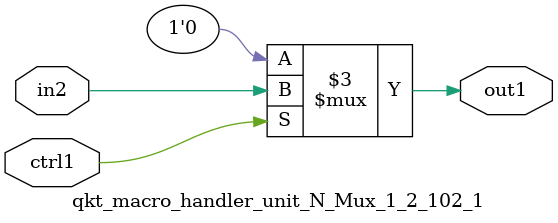
<source format=v>

`timescale 1ps / 1ps


module qkt_macro_handler_unit_N_Mux_1_2_102_1( in2, ctrl1, out1 );

    input in2;
    input ctrl1;
    output out1;
    reg out1;

    
    // rtl_process:qkt_macro_handler_unit_N_Mux_1_2_102_1/qkt_macro_handler_unit_N_Mux_1_2_102_1_thread_1
    always @*
      begin : qkt_macro_handler_unit_N_Mux_1_2_102_1_thread_1
        case (ctrl1) 
          1'b1: 
            begin
              out1 = in2;
            end
          default: 
            begin
              out1 = 1'b0;
            end
        endcase
      end

endmodule



</source>
